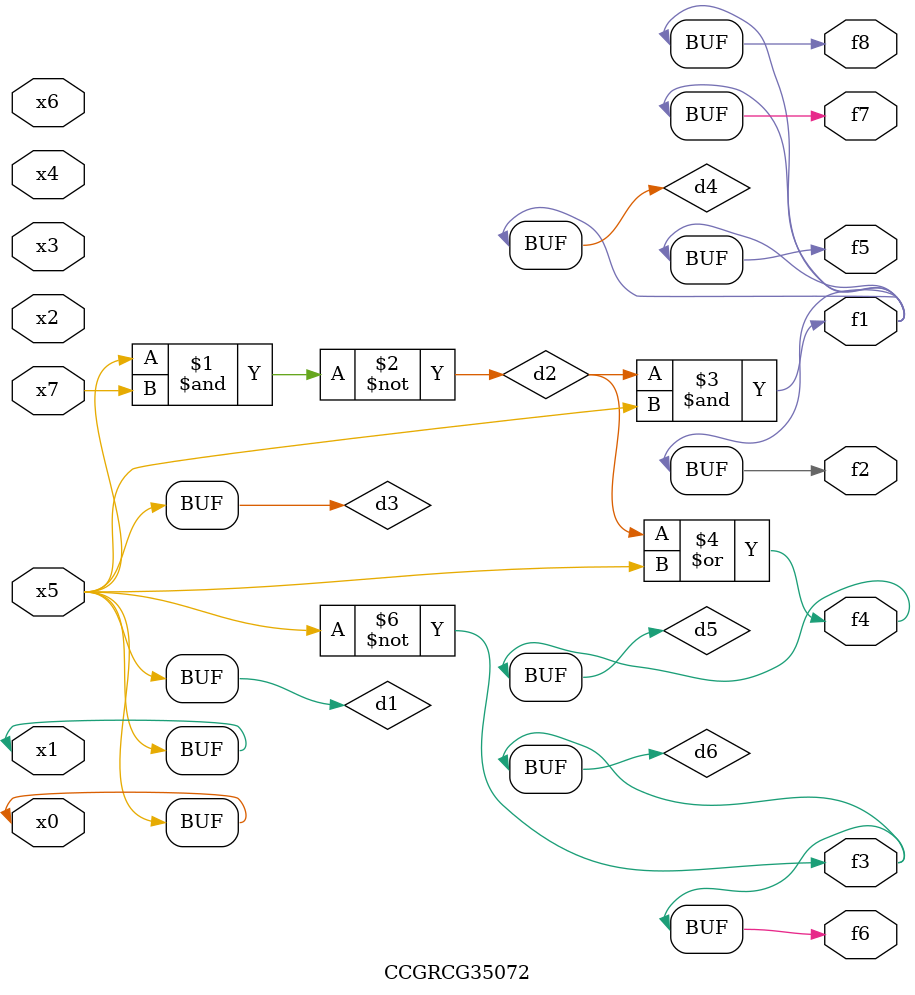
<source format=v>
module CCGRCG35072(
	input x0, x1, x2, x3, x4, x5, x6, x7,
	output f1, f2, f3, f4, f5, f6, f7, f8
);

	wire d1, d2, d3, d4, d5, d6;

	buf (d1, x0, x5);
	nand (d2, x5, x7);
	buf (d3, x0, x1);
	and (d4, d2, d3);
	or (d5, d2, d3);
	nor (d6, d1, d3);
	assign f1 = d4;
	assign f2 = d4;
	assign f3 = d6;
	assign f4 = d5;
	assign f5 = d4;
	assign f6 = d6;
	assign f7 = d4;
	assign f8 = d4;
endmodule

</source>
